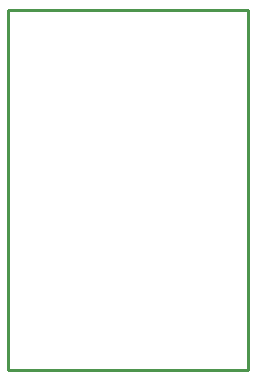
<source format=gbr>
G04 EAGLE Gerber RS-274X export*
G75*
%MOMM*%
%FSLAX34Y34*%
%LPD*%
%IN*%
%IPPOS*%
%AMOC8*
5,1,8,0,0,1.08239X$1,22.5*%
G01*
%ADD10C,0.254000*%


D10*
X0Y0D02*
X203200Y0D01*
X203200Y304800D01*
X0Y304800D01*
X0Y0D01*
M02*

</source>
